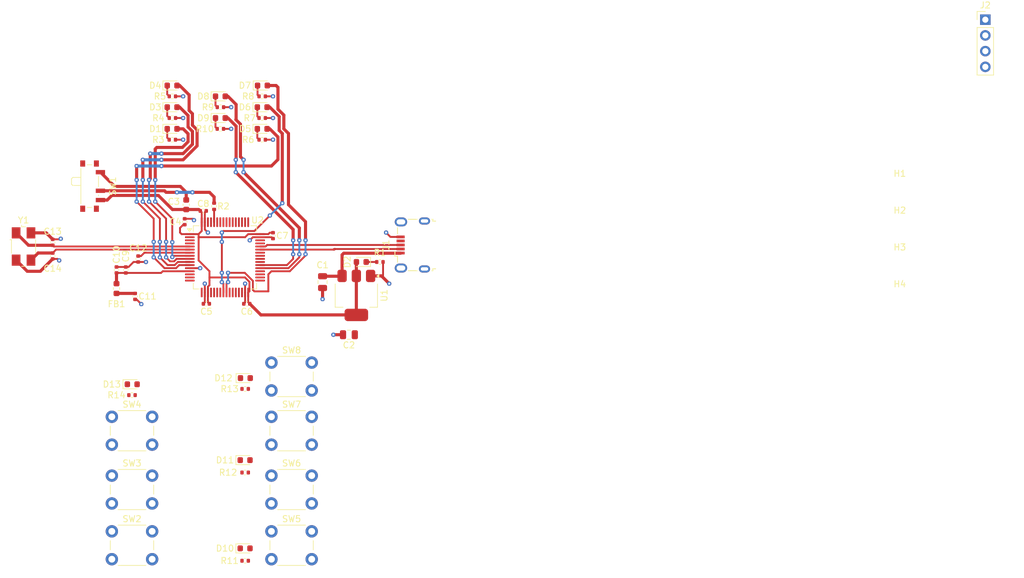
<source format=kicad_pcb>
(kicad_pcb (version 20240108) (generator "pcbnew") (generator_version "8.0")
  (layers (0 "F.Cu" signal) (31 "B.Cu" power) (34 "B.Paste" user) (35 "F.Paste" user) (36 "B.SilkS" user "B.Silkscreen") (37 "F.SilkS" user "F.Silkscreen") (38 "B.Mask" user) (39 "F.Mask" user) (44 "Edge.Cuts" user))
  (net 0 "")
  (net 1 "VBUS")
  (net 2 "+3.3V")
  (net 3 "+3.3VA")
  (net 4 "/NRST")
  (net 5 "/HSE_IN")
  (net 6 "/HSE_OUT")
  (net 7 "/PF1")
  (net 8 "Net-(D1-K)")
  (net 9 "/PWR_LED_K")
  (net 10 "/PF2")
  (net 11 "Net-(D3-K)")
  (net 12 "/PF3")
  (net 13 "Net-(D4-K)")
  (net 14 "/DF1")
  (net 15 "Net-(D5-K)")
  (net 16 "Net-(D6-K)")
  (net 17 "/DF2")
  (net 18 "Net-(D7-K)")
  (net 19 "/DF3")
  (net 20 "Net-(D8-K)")
  (net 21 "/DU")
  (net 22 "Net-(D9-K)")
  (net 23 "/DD")
  (net 24 "Net-(D10-K)")
  (net 25 "/FR1")
  (net 26 "/FR2")
  (net 27 "Net-(D11-K)")
  (net 28 "Net-(D12-K)")
  (net 29 "/FR3")
  (net 30 "/BCDI")
  (net 31 "Net-(D13-K)")
  (net 32 "/USB_D+")
  (net 34 "/USB_D-")
  (net 39 "/USART2_TX")
  (net 40 "/USART2_RX")
  (net 41 "/SW_BOOT0")
  (net 42 "/BOOT0")
  (net 43 "/II1")
  (net 44 "/II2")
  (net 45 "/II3")
  (net 46 "/OI1U")
  (net 47 "/OI2D")
  (net 48 "/OI2U")
  (net 49 "/OI3D")
  (net 76 "GND")
  (footprint "Capacitor_SMD:C_0402_1005Metric" (layer "F.Cu") (at 90 112.8075 -90)
    (property "Reference" "C11")
    (property "Value" "1u")
  )
  (footprint "Resistor_SMD:R_0402_1005Metric" (layer "F.Cu") (at 107.76 155.5)
    (property "Reference" "R11")
    (property "Value" "1K")
  )
  (footprint "Button_Switch_THT:SW_PUSH_6mm_H5mm" (layer "F.Cu") (at 86.25 132.25)
    (property "Reference" "SW4")
    (property "Value" "SW_Push")
  )
  (footprint "Button_Switch_THT:SW_PUSH_6mm_H5mm" (layer "F.Cu") (at 112 150.75)
    (property "Reference" "SW5")
    (property "Value" "SW_Push")
  )
  (footprint "Button_Switch_THT:SW_PUSH_6mm_H5mm" (layer "F.Cu") (at 112 132.25)
    (property "Reference" "SW7")
    (property "Value" "SW_Push")
  )
  (footprint "Resistor_SMD:R_0402_1005Metric" (layer "F.Cu") (at 96.01 87.5)
    (property "Reference" "R3")
    (property "Value" "1K")
  )
  (footprint "Button_Switch_THT:SW_PUSH_6mm_H5mm" (layer "F.Cu") (at 86.25 150.75)
    (property "Reference" "SW2")
    (property "Value" "SW_Push")
  )
  (footprint "LED_SMD:LED_0603_1608Metric" (layer "F.Cu") (at 107.75 153.5)
    (property "Reference" "D10")
    (property "Value" "WHITE")
  )
  (footprint "LED_SMD:LED_0603_1608Metric" (layer "F.Cu") (at 110.51 82.25)
    (property "Reference" "D6")
    (property "Value" "RED")
  )
  (footprint "LED_SMD:LED_0603_1608Metric" (layer "F.Cu") (at 95.9725 78.75)
    (property "Reference" "D4")
    (property "Value" "WHITE")
  )
  (footprint "Capacitor_SMD:C_0402_1005Metric" (layer "F.Cu") (at 112.25 103 -90)
    (property "Reference" "C7")
    (property "Value" "100n")
  )
  (footprint "LED_SMD:LED_0603_1608Metric" (layer "F.Cu") (at 103.76 84)
    (property "Reference" "D9")
    (property "Value" "YELLOW")
  )
  (footprint "Package_TO_SOT_SMD:SOT-223-3_TabPin2" (layer "F.Cu") (at 125.7 112.65 -90)
    (property "Reference" "U1")
    (property "Value" "AMS1117-3.3")
  )
  (footprint "Inductor_SMD:L_0603_1608Metric" (layer "F.Cu") (at 87 111.5375 -90)
    (property "Reference" "FB1")
    (property "Value" "120R")
  )
  (footprint "Capacitor_SMD:C_0402_1005Metric" (layer "F.Cu") (at 90.5 106.77 -90)
    (property "Reference" "C12")
    (property "Value" "100n")
  )
  (footprint "MountingHole:MountingHole_2.2mm_M2" (layer "F.Cu") (at 213.39 102.12)
    (property "Reference" "H2")
    (property "Value" "MountingHole")
  )
  (footprint "Button_Switch_SMD:SW_SPDT_PCM12" (layer "F.Cu") (at 82.975 95 -90)
    (property "Reference" "SW1")
    (property "Value" "SW_SPDT")
  )
  (footprint "Capacitor_SMD:C_0805_2012Metric" (layer "F.Cu") (at 120.25 110.5 -90)
    (property "Reference" "C1")
    (property "Value" "22u")
  )
  (footprint "Resistor_SMD:R_0402_1005Metric" (layer "F.Cu") (at 96.02 84)
    (property "Reference" "R4")
    (property "Value" "1K")
  )
  (footprint "Capacitor_SMD:C_0603_1608Metric" (layer "F.Cu") (at 98.25 98 90)
    (property "Reference" "C3")
    (property "Value" "10u")
  )
  (footprint "Package_QFP:LQFP-64_10x10mm_P0.5mm" (layer "F.Cu") (at 104.5 106.5)
    (property "Reference" "U2")
    (property "Value" "STM32F302R8Tx")
  )
  (footprint "Resistor_SMD:R_0402_1005Metric" (layer "F.Cu") (at 110.51 87.5)
    (property "Reference" "R6")
    (property "Value" "1K")
  )
  (footprint "LED_SMD:LED_0603_1608Metric" (layer "F.Cu") (at 110.51 85.75)
    (property "Reference" "D5")
    (property "Value" "RED")
  )
  (footprint "Crystal:Crystal_SMD_0603-4Pin_6.0x3.5mm" (layer "F.Cu") (at 72 104.75 -90)
    (property "Reference" "Y1")
    (property "Value" "8MHz")
  )
  (footprint "Capacitor_SMD:C_0805_2012Metric" (layer "F.Cu") (at 124.5 119 180)
    (property "Reference" "C2")
    (property "Value" "22u")
  )
  (footprint "LED_SMD:LED_0603_1608Metric" (layer "F.Cu") (at 107.75 139.25)
    (property "Reference" "D11")
    (property "Value" "WHITE")
  )
  (footprint "Capacitor_SMD:C_0402_1005Metric" (layer "F.Cu") (at 98 100.75 90)
    (property "Reference" "C4")
    (property "Value" "100n")
  )
  (footprint "Connector_PinHeader_2.54mm:PinHeader_1x04_P2.54mm_Vertical" (layer "F.Cu") (at 227.19 68.12)
    (property "Reference" "J2")
    (property "Value" "Conn_01x04_Pin")
  )
  (footprint "Resistor_SMD:R_0402_1005Metric" (layer "F.Cu") (at 89.5 128.75)
    (property "Reference" "R14")
    (property "Value" "1K")
  )
  (footprint "Capacitor_SMD:C_0402_1005Metric" (layer "F.Cu") (at 108.02 114 180)
    (property "Reference" "C6")
    (property "Value" "100n")
  )
  (footprint "Resistor_SMD:R_0402_1005Metric" (layer "F.Cu") (at 103.77 82.25)
    (property "Reference" "R9")
    (property "Value" "1K")
  )
  (footprint "LED_SMD:LED_0603_1608Metric" (layer "F.Cu") (at 89.5375 127)
    (property "Reference" "D13")
    (property "Value" "ORANGE")
  )
  (footprint "MountingHole:MountingHole_2.2mm_M2" (layer "F.Cu") (at 213.39 108.07)
    (property "Reference" "H3")
    (property "Value" "MountingHole")
  )
  (footprint "Connector_USB:USB_Micro-B_Wuerth_629105150521" (layer "F.Cu") (at 134.745 104.505 90)
    (property "Reference" "J1")
    (property "Value" "USB_B_Micro")
  )
  (footprint "LED_SMD:LED_0603_1608Metric" (layer "F.Cu") (at 126.5 107.25 180)
    (property "Reference" "D2")
    (property "Value" "RED")
  )
  (footprint "LED_SMD:LED_0603_1608Metric" (layer "F.Cu") (at 103.76 80.5)
    (property "Reference" "D8")
    (property "Value" "YELLOW")
  )
  (footprint "Button_Switch_THT:SW_PUSH_6mm_H5mm" (layer "F.Cu") (at 86.25 141.75)
    (property "Reference" "SW3")
    (property "Value" "SW_Push")
  )
  (footprint "Capacitor_SMD:C_0402_1005Metric" (layer "F.Cu") (at 87 108.5375 90)
    (property "Reference" "C10")
    (property "Value" "1u")
  )
  (footprint "Resistor_SMD:R_0402_1005Metric" (layer "F.Cu") (at 107.76 127.75)
    (property "Reference" "R13")
    (property "Value" "1K")
  )
  (footprint "Resistor_SMD:R_0402_1005Metric" (layer "F.Cu") (at 102.75 98.25 -90)
    (property "Reference" "R2")
    (property "Value" "10k")
  )
  (footprint "LED_SMD:LED_0603_1608Metric" (layer "F.Cu") (at 95.9725 82.25)
    (property "Reference" "D3")
    (property "Value" "WHITE")
  )
  (footprint "Resistor_SMD:R_0402_1005Metric" (layer "F.Cu") (at 103.76 85.75)
    (property "Reference" "R10")
    (property "Value" "1K")
  )
  (footprint "Button_Switch_THT:SW_PUSH_6mm_H5mm" (layer "F.Cu") (at 112 141.75)
    (property "Reference" "SW6")
    (property "Value" "SW_Push")
  )
  (footprint "LED_SMD:LED_0603_1608Metric" (layer "F.Cu") (at 107.7875 126)
    (property "Reference" "D12")
    (property "Value" "WHITE")
  )
  (footprint "MountingHole:MountingHole_2.2mm_M2" (layer "F.Cu") (at 213.39 114.02)
    (property "Reference" "H4")
    (property "Value" "MountingHole")
  )
  (footprint "Capacitor_SMD:C_0402_1005Metric" (layer "F.Cu") (at 101.5 114 180)
    (property "Reference" "C5")
    (property "Value" "100n")
  )
  (footprint "Resistor_SMD:R_0402_1005Metric" (layer "F.Cu") (at 110.51 80.5)
    (property "Reference" "R8")
    (property "Value" "1K")
  )
  (footprint "LED_SMD:LED_0603_1608Metric" (layer "F.Cu") (at 95.9725 85.75)
    (property "Reference" "D1")
    (property "Value" "WHITE")
  )
  (footprint "Resistor_SMD:R_0402_1005Metric" (layer "F.Cu") (at 96.02 80.5)
    (property "Reference" "R5")
    (property "Value" "1K")
  )
  (footprint "Resistor_SMD:R_0402_1005Metric" (layer "F.Cu") (at 129.5 107.25)
    (property "Reference" "R1")
    (property "Value" "1k5")
  )
  (footprint "Capacitor_SMD:C_0402_1005Metric" (layer "F.Cu") (at 88.5 108.5375 90)
    (property "Reference" "C9")
    (property "Value" "10n")
  )
  (footprint "Resistor_SMD:R_0402_1005Metric" (layer "F.Cu") (at 107.76 141.25)
    (property "Reference" "R12")
    (property "Value" "1K")
  )
  (footprint "LED_SMD:LED_0603_1608Metric" (layer "F.Cu") (at 110.5475 78.75)
    (property "Reference" "D7")
    (property "Value" "RED")
  )
  (footprint "Button_Switch_THT:SW_PUSH_6mm_H5mm" (layer "F.Cu") (at 112 123.5)
    (property "Reference" "SW8")
    (property "Value" "SW_Push")
  )
  (footprint "Capacitor_SMD:C_0402_1005Metric" (layer "F.Cu") (at 76.7 104.07 90)
    (property "Reference" "C13")
    (property "Value" "10p")
  )
  (footprint "Capacitor_SMD:C_0402_1005Metric" (layer "F.Cu") (at 76.7 106.28 -90)
    (property "Reference" "C14")
    (property "Value" "10p")
  )
  (footprint "Resistor_SMD:R_0402_1005Metric" (layer "F.Cu") (at 110.51 84)
    (property "Reference" "R7")
    (property "Value" "1K")
  )
  (footprint "MountingHole:MountingHole_2.2mm_M2" (layer "F.Cu") (at 213.39 96.17)
    (property "Reference" "H1")
    (property "Value" "MountingHole")
  )
  (footprint "Capacitor_SMD:C_0402_1005Metric" (layer "F.Cu") (at 101 99)
    (property "Reference" "C8")
    (property "Value" "100n")
  )
  (segment (start 123.4 106.1) (end 123.4 109.5) (width 0.5) (layer "F.Cu") (net 1))
  (segment (start 123.67 105.83) (end 123.4 106.1) (width 0.5) (layer "F.Cu") (net 1))
  (segment (start 132.845 105.83) (end 123.67 105.83) (width 0.5) (layer "F.Cu") (net 1))
  (segment (start 123.35 109.55) (end 123.4 109.5) (width 0.5) (layer "F.Cu") (net 1))
  (segment (start 120.25 109.55) (end 123.35 109.55) (width 0.5) (layer "F.Cu") (net 1))
  (segment (start 108.45 110.46005) (end 107.73995 109.75) (width 0.3) (layer "F.Cu") (net 2))
  (segment (start 101.75 113.77) (end 101.98 114) (width 0.3) (layer "F.Cu") (net 2))
  (segment (start 101.75 111.23995) (end 101.75 112.175) (width 0.3) (layer "F.Cu") (net 2))
  (segment (start 96.025 98.775) (end 93.75 96.5) (width 0.5) (layer "F.Cu") (net 2))
  (segment (start 89.9975 112.325) (end 90 112.3275) (width 0.5) (layer "F.Cu") (net 2))
  (segment (start 97.25 102.5) (end 97.5 102.75) (width 0.3) (layer "F.Cu") (net 2))
  (segment (start 100.75 99.23) (end 100.52 99) (width 0.3) (layer "F.Cu") (net 2))
  (segment (start 85.5 97.25) (end 84.405 97.25) (width 0.5) (layer "F.Cu") (net 2))
  (segment (start 102 108.75) (end 100.25 107) (width 0.3) (layer "F.Cu") (net 2))
  (segment (start 86.25 96.5) (end 85.5 97.25) (width 0.5) (layer "F.Cu") (net 2))
  (segment (start 98.25 98.775) (end 96.025 98.775) (width 0.5) (layer "F.Cu") (net 2))
  (segment (start 100.75 100.825) (end 100.75 102.25) (width 0.3) (layer "F.Cu") (net 2))
  (segment (start 97.77 101.23) (end 97.25 101.75) (width 0.3) (layer "F.Cu") (net 2))
  (segment (start 100.25 107) (end 100.25 103.25) (width 0.3) (layer "F.Cu") (net 2))
  (segment (start 102 110.25) (end 102 109.75) (width 0.3) (layer "F.Cu") (net 2))
  (segment (start 110.175 102.75) (end 108.25 102.75) (width 0.3) (layer "F.Cu") (net 2))
  (segment (start 108.25 112.175) (end 108.45 111.975) (width 0.3) (layer "F.Cu") (net 2))
  (segment (start 108.25 113.75) (end 108.5 114) (width 0.3) (layer "F.Cu") (net 2))
  (segment (start 110.3 115.8) (end 108.5 114) (width 0.5) (layer "F.Cu") (net 2))
  (segment (start 100.75 102.25) (end 100.25 102.75) (width 0.3) (layer "F.Cu") (net 2))
  (segment (start 102 110.25) (end 102 110.98995) (width 0.3) (layer "F.Cu") (net 2))
  (segment (start 102 110.98995) (end 101.75 111.23995) (width 0.3) (layer "F.Cu") (net 2))
  (segment (start 100.25 102.75) (end 98.825 102.75) (width 0.3) (layer "F.Cu") (net 2))
  (segment (start 97.25 101.75) (end 97.25 102.5) (width 0.3) (layer "F.Cu") (net 2))
  (segment (start 125.7 107.2625) (end 125.7125 107.25) (width 0.5) (layer "F.Cu") (net 2))
  (segment (start 125.7 109.5) (end 125.7 115.8) (width 0.5) (layer "F.Cu") (net 2))
  (segment (start 101.75 112.175) (end 101.75 113.77) (width 0.3) (layer "F.Cu") (net 2))
  (segment (start 87 112.325) (end 89.9975 112.325) (width 0.5) (layer "F.Cu") (net 2))
  (segment (start 100.75 100.825) (end 100.75 99.23) (width 0.3) (layer "F.Cu") (net 2))
  (segment (start 112.25 102.52) (end 111.73 102.52) (width 0.3) (layer "F.Cu") (net 2))
  (segment (start 100.25 103.25) (end 100.25 102.75) (width 0.3) (layer "F.Cu") (net 2))
  (segment (start 111.5 102.75) (end 110.175 102.75) (width 0.3) (layer "F.Cu") (net 2))
  (segment (start 102 109.75) (end 102 108.75) (width 0.3) (layer "F.Cu") (net 2))
  (segment (start 107.73995 109.75) (end 102 109.75) (width 0.3) (layer "F.Cu") (net 2))
  (segment (start 98.475 99) (end 98.25 98.775) (width 0.3) (layer "F.Cu") (net 2))
  (segment (start 97.5 102.75) (end 98.825 102.75) (width 0.3) (layer "F.Cu") (net 2))
  (segment (start 98.25 98.775) (end 100.295 98.775) (width 0.5) (layer "F.Cu") (net 2))
  (segment (start 125.7 115.8) (end 110.3 115.8) (width 0.5) (layer "F.Cu") (net 2))
  (segment (start 98 101.23) (end 97.77 101.23) (width 0.3) (layer "F.Cu") (net 2))
  (segment (start 107.75 103.25) (end 100.25 103.25) (width 0.3) (layer "F.Cu") (net 2))
  (segment (start 125.7 109.5) (end 125.7 107.2625) (width 0.5) (layer "F.Cu") (net 2))
  (segment (start 100.295 98.775) (end 100.52 99) (width 0.3) (layer "F.Cu") (net 2))
  (segment (start 111.73 102.52) (end 111.5 102.75) (width 0.3) (layer "F.Cu") (net 2))
  (segment (start 108.25 102.75) (end 107.75 103.25) (width 0.3) (layer "F.Cu") (net 2))
  (segment (start 93.75 96.5) (end 86.25 96.5) (width 0.5) (layer "F.Cu") (net 2))
  (segment (start 108.25 112.175) (end 108.25 113.75) (width 0.3) (layer "F.Cu") (net 2))
  (segment (start 108.45 111.975) (end 108.45 110.46005) (width 0.3) (layer "F.Cu") (net 2))
  (segment (start 88.5 109.0175) (end 87 109.0175) (width 0.3) (layer "F.Cu") (net 3))
  (segment (start 87 110.75) (end 87 109.0175) (width 0.5) (layer "F.Cu") (net 3))
  (segment (start 98.825 108.75) (end 94.46 108.75) (width 0.3) (layer "F.Cu") (net 3))
  (segment (start 94.1925 109.0175) (end 94.46 108.75) (width 0.3) (layer "F.Cu") (net 3))
  (segment (start 88.5 109.0175) (end 94.1925 109.0175) (width 0.3) (layer "F.Cu") (net 3))
  (segment (start 98.825 105.75) (end 91.5 105.75) (width 0.3) (layer "F.Cu") (net 4))
  (segment (start 90.96 106.29) (end 90.5 106.29) (width 0.3) (layer "F.Cu") (net 4))
  (segment (start 91.5 105.75) (end 90.96 106.29) (width 0.3) (layer "F.Cu") (net 4))
  (segment (start 72.8 104.55) (end 76.7 104.55) (width 0.5) (layer "F.Cu") (net 5))
  (segment (start 76.9 104.75) (end 76.7 104.55) (width 0.3) (layer "F.Cu") (net 5))
  (segment (start 70.8 102.55) (end 72.8 104.55) (width 0.5) (layer "F.Cu") (net 5))
  (segment (start 98.825 104.75) (end 76.9 104.75) (width 0.3) (layer "F.Cu") (net 5))
  (segment (start 74.35 105.8) (end 76.7 105.8) (width 0.5) (layer "F.Cu") (net 6))
  (segment (start 98.825 105.25) (end 77.25 105.25) (width 0.3) (layer "F.Cu") (net 6))
  (segment (start 77.25 105.25) (end 76.7 105.8) (width 0.3) (layer "F.Cu") (net 6))
  (segment (start 73.2 106.95) (end 74.35 105.8) (width 0.5) (layer "F.Cu") (net 6))
  (segment (start 96 104.05) (end 96 100.25) (width 0.3) (layer "F.Cu") (net 7))
  (segment (start 97.631371 88.75) (end 93.5 88.75) (width 0.5) (layer "F.Cu") (net 7))
  (segment (start 93.5 88.75) (end 93.25 89) (width 0.5) (layer "F.Cu") (net 7))
  (segment (start 97.75 85.75) (end 98.55 86.55) (width 0.5) (layer "F.Cu") (net 7))
  (segment (start 98.55 86.55) (end 98.55 87.831371) (width 0.5) (layer "F.Cu") (net 7))
  (segment (start 93.25 89) (end 93.25 94) (width 0.5) (layer "F.Cu") (net 7))
  (segment (start 96.2 106.25) (end 98.825 106.25) (width 0.3) (layer "F.Cu") (net 7))
  (segment (start 98.55 87.831371) (end 97.631371 88.75) (width 0.5) (layer "F.Cu") (net 7))
  (segment (start 96 106.45) (end 96.2 106.25) (width 0.3) (layer "F.Cu") (net 7))
  (segment (start 96 100.25) (end 93.25 97.5) (width 0.3) (layer "F.Cu") (net 7))
  (segment (start 96.76 85.75) (end 97.75 85.75) (width 0.5) (layer "F.Cu") (net 7))
  (via (at 93.25 97.5) (size 0.7) (drill 0.3) (layers "F.Cu" "B.Cu") (net 7))
  (via (at 96 104.05) (size 0.7) (drill 0.3) (layers "F.Cu" "B.Cu") (net 7))
  (via (at 93.25 94) (size 0.7) (drill 0.3) (layers "F.Cu" "B.Cu") (net 7))
  (via (at 96 106.45) (size 0.7) (drill 0.3) (layers "F.Cu" "B.Cu") (net 7))
  (segment (start 96 104.05) (end 96 106.45) (width 0.3) (layer "B.Cu") (net 7))
  (segment (start 93.25 97.5) (end 93.25 94) (width 0.3) (layer "B.Cu") (net 7))
  (segment (start 95.185 87.185) (end 95.5 87.5) (width 0.3) (layer "F.Cu") (net 8))
  (segment (start 95.185 85.75) (end 95.185 87.185) (width 0.3) (layer "F.Cu") (net 8))
  (segment (start 127.2875 107.25) (end 128.99 107.25) (width 0.3) (layer "F.Cu") (net 9))
  (segment (start 98.55 85.45) (end 99.25 86.15) (width 0.5) (layer "F.Cu") (net 10))
  (segment (start 96.28995 107.15) (end 95.65 107.15) (width 0.3) (layer "F.Cu") (net 10))
  (segment (start 92.45 89.75) (end 92.45 93.8) (width 0.5) (layer "F.Cu") (net 10))
  (segment (start 95 104) (end 95 100.25) (width 0.3) (layer "F.Cu") (net 10))
  (segment (start 99.25 88.25) (end 98.5 89) (width 0.5) (layer "F.Cu") (net 10))
  (segment (start 97.75 89.75) (end 94.25 89.75) (width 0.5) (layer "F.Cu") (net 10))
  (segment (start 95 100.25) (end 92.25 97.5) (width 0.3) (layer "F.Cu") (net 10))
  (segment (start 97.1975 82.25) (end 98.55 83.6025) (width 0.5) (layer "F.Cu") (net 10))
  (segment (start 99.25 86.15) (end 99.25 88.25) (width 0.5) (layer "F.Cu") (net 10))
  (segment (start 95.65 107.15) (end 95 106.5) (width 0.3) (layer "F.Cu") (net 10))
  (segment (start 96.68995 106.75) (end 96.28995 107.15) (width 0.3) (layer "F.Cu") (net 10))
  (segment (start 98.55 83.6025) (end 98.55 85.45) (width 0.5) (layer "F.Cu") (net 10))
  (segment (start 96.76 82.25) (end 97.1975 82.25) (width 0.5) (layer "F.Cu") (net 10))
  (segment (start 98.825 106.75) (end 96.68995 106.75) (width 0.3) (layer "F.Cu") (net 10))
  (segment (start 98.5 89) (end 97.75 89.75) (width 0.5) (layer "F.Cu") (net 10))
  (segment (start 92.45 93.8) (end 92.25 94) (width 0.5) (layer "F.Cu") (net 10))
  (via (at 92.25 97.5) (size 0.7) (drill 0.3) (layers "F.Cu" "B.Cu") (net 10))
  (via (at 94.25 89.75) (size 0.7) (drill 0.3) (layers "F.Cu" "B.Cu") (net 10))
  (via (at 92.25 94) (size 0.7) (drill 0.3) (layers "F.Cu" "B.Cu") (net 10))
  (via (at 95 106.5) (size 0.7) (drill 0.3) (layers "F.Cu" "B.Cu") (net 10))
  (via (at 92.45 89.75) (size 0.7) (drill 0.3) (layers "F.Cu" "B.Cu") (net 10))
  (via (at 95 104) (size 0.7) (drill 0.3) (layers "F.Cu" "B.Cu") (net 10))
  (segment (start 94.25 89.75) (end 92.45 89.75) (width 0.5) (layer "B.Cu") (net 10))
  (segment (start 92.25 97.5) (end 92.25 94) (width 0.3) (layer "B.Cu") (net 10))
  (segment (start 95 106.5) (end 95 104) (width 0.3) (layer "B.Cu") (net 10))
  (segment (start 95.185 82.25) (end 95.185 83.675) (width 0.3) (layer "F.Cu") (net 11))
  (segment (start 95.185 83.675) (end 95.51 84) (width 0.3) (layer "F.Cu") (net 11))
  (segment (start 91.25 90.75) (end 91.25 94) (width 0.5) (layer "F.Cu") (net 12))
  (segment (start 100 85.91005) (end 100 88.5) (width 0.5) (layer "F.Cu") (net 12))
  (segment (start 96.397056 107.75) (end 95.25 107.75) (width 0.3) (layer "F.Cu") (net 12))
  (segment (start 94 104) (end 94 100.25) (width 0.3) (layer "F.Cu") (net 12))
  (segment (start 97.197499 78.75) (end 98.718725 80.271226) (width 0.5) (layer "F.Cu") (net 12))
  (segment (start 98.718725 82.781276) (end 99.25 83.312551) (width 0.5) (layer "F.Cu") (net 12))
  (segment (start 98.718725 80.271226) (end 98.718725 82.781276) (width 0.5) (layer "F.Cu") (net 12))
  (segment (start 94 100.25) (end 91.25 97.5) (width 0.3) (layer "F.Cu") (net 12))
  (segment (start 99 89.5) (end 97.75 90.75) (width 0.5) (layer "F.Cu") (net 12))
  (segment (start 99.25 83.312551) (end 99.25 85) (width 0.5) (layer "F.Cu") (net 12))
  (segment (start 99.25 85.16005) (end 100 85.91005) (width 0.5) (layer "F.Cu") (net 12))
  (segment (start 97.75 90.75) (end 94.25 90.75) (width 0.5) (layer "F.Cu") (net 12))
  (segment (start 100 88.5) (end 99 89.5) (width 0.5) (layer "F.Cu") (net 12))
  (segment (start 95.25 107.75) (end 94 106.5) (width 0.3) (layer "F.Cu") (net 12))
  (segment (start 98.825 107.25) (end 96.897056 107.25) (width 0.3) (layer "F.Cu") (net 12))
  (segment (start 96.897056 107.25) (end 96.397056 107.75) (width 0.3) (layer "F.Cu") (net 12))
  (segment (start 99.25 85) (end 99.25 85.16005) (width 0.5) (layer "F.Cu") (net 12))
  (segment (start 96.76 78.75) (end 97.197499 78.75) (width 0.5) (layer "F.Cu") (net 12))
  (via (at 91.25 94) (size 0.7) (drill 0.3) (layers "F.Cu" "B.Cu") (net 12))
  (via (at 91.25 97.5) (size 0.7) (drill 0.3) (layers "F.Cu" "B.Cu") (net 12))
  (via (at 94.25 90.75) (size 0.7) (drill 0.3) (layers "F.Cu" "B.Cu") (net 12))
  (via (at 94 106.5) (size 0.7) (drill 0.3) (layers "F.Cu" "B.Cu") (net 12))
  (via (at 94 104) (size 0.7) (drill 0.3) (layers "F.Cu" "B.Cu") (net 12))
  (via (at 91.25 90.75) (size 0.7) (drill 0.3) (layers "F.Cu" "B.Cu") (net 12))
  (segment (start 94.25 90.75) (end 91.25 90.75) (width 0.5) (layer "B.Cu") (net 12))
  (segment (start 94 106.5) (end 94 104) (width 0.3) (layer "B.Cu") (net 12))
  (segment (start 91.25 97.5) (end 91.25 94) (width 0.3) (layer "B.Cu") (net 12))
  (segment (start 95.185 80.175) (end 95.51 80.5) (width 0.3) (layer "F.Cu") (net 13))
  (segment (start 95.185 78.75) (end 95.185 80.175) (width 0.3) (layer "F.Cu") (net 13))
  (segment (start 93 104) (end 93 100.25) (width 0.3) (layer "F.Cu") (net 14))
  (segment (start 94.75 108.25) (end 93 106.5) (width 0.3) (layer "F.Cu") (net 14))
  (segment (start 113.05 90.7) (end 113.05 87.065001) (width 0.5) (layer "F.Cu") (net 14))
  (segment (start 90.25 91.75) (end 90.25 94) (width 0.5) (layer "F.Cu") (net 14))
  (segment (start 98.825 107.75) (end 97.104162 107.75) (width 0.3) (layer "F.Cu") (net 14))
  (segment (start 93 100.25) (end 90.25 97.5) (width 0.3) (layer "F.Cu") (net 14))
  (segment (start 97.104162 107.75) (end 96.604162 108.25) (width 0.3) (layer "F.Cu") (net 14))
  (segment (start 96.604162 108.25) (end 94.75 108.25) (width 0.3) (layer "F.Cu") (net 14))
  (segment (start 94.25 91.75) (end 112 91.75) (width 0.5) (layer "F.Cu") (net 14))
  (segment (start 113.05 87.065001) (end 111.734999 85.75) (width 0.5) (layer "F.Cu") (net 14))
  (segment (start 111.734999 85.75) (end 111.2975 85.75) (width 0.5) (layer "F.Cu") (net 14))
  (segment (start 112 91.75) (end 113.05 90.7) (width 0.5) (layer "F.Cu") (net 14))
  (via (at 90.25 91.75) (size 0.7) (drill 0.3) (layers "F.Cu" "B.Cu") (net 14))
  (via (at 90.25 97.5) (size 0.7) (drill 0.3) (layers "F.Cu" "B.Cu") (net 14))
  (via (at 93 106.5) (size 0.7) (drill 0.3) (layers "F.Cu" "B.Cu") (net 14))
  (via (at 94.25 91.75) (size 0.7) (drill 0.3) (layers "F.Cu" "B.Cu") (net 14))
  (via (at 93 104) (size 0.7) (drill 0.3) (layers "F.Cu" "B.Cu") (net 14))
  (via (at 90.25 94) (size 0.7) (drill 0.3) (layers "F.Cu" "B.Cu") (net 14))
  (segment (start 90.25 97.5) (end 90.25 94) (width 0.3) (layer "B.Cu") (net 14))
  (segment (start 93 106.5) (end 93 104) (width 0.3) (layer "B.Cu") (net 14))
  (segment (start 94.25 91.75) (end 90.25 91.75) (width 0.5) (layer "B.Cu") (net 14))
  (segment (start 109.7225 85.75) (end 109.7225 87.2225) (width 0.3) (layer "F.Cu") (net 15))
  (segment (start 109.7225 87.2225) (end 110 87.5) (width 0.3) (layer "F.Cu") (net 15))
  (segment (start 109.7225 83.7225) (end 110 84) (width 0.3) (layer "F.Cu") (net 16))
  (segment (start 109.7225 82.25) (end 109.7225 83.7225) (width 0.3) (layer "F.Cu") (net 16))
  (segment (start 113.25 86) (end 113.75 86.5) (width 0.5) (layer "F.Cu") (net 17))
  (segment (start 110 101.5) (end 111.75 99.75) (width 0.3) (layer "F.Cu") (net 17))
  (segment (start 104.25 110.75) (end 104 110.5) (width 0.3) (layer "F.Cu") (net 17))
  (segment (start 111.734999 82.25) (end 113.25 83.765001) (width 0.5) (layer "F.Cu") (net 17))
  (segment (start 104 102.5) (end 104.25 102.25) (width 0.3) (layer "F.Cu") (net 17))
  (segment (start 113.25 83.765001) (end 113.25 86) (width 0.5) (layer "F.Cu") (net 17))
  (segment (start 104.25 102.25) (end 109.25 102.25) (width 0.3) (layer "F.Cu") (net 17))
  (segment (start 104 109) (end 104 104) (width 0.3) (layer "F.Cu") (net 17))
  (segment (start 109.25 102.25) (end 110 101.5) (width 0.3) (layer "F.Cu") (net 17))
  (segment (start 111.2975 82.25) (end 111.734999 82.25) (width 0.5) (layer "F.Cu") (net 17))
  (segment (start 104.25 112.175) (end 104.25 110.75) (width 0.3) (layer "F.Cu") (net 17))
  (segment (start 113.75 86.5) (end 113.75 97.75) (width 0.5) (layer "F.Cu") (net 17))
  (via (at 113.75 97.75) (size 0.7) (drill 0.3) (layers "F.Cu" "B.Cu") (net 17))
  (via (at 104 104) (size 0.7) (drill 0.3) (layers "F.Cu" "B.Cu") (net 17))
  (via (at 104 102.5) (size 0.7) (drill 0.3) (layers "F.Cu" "B.Cu") (net 17))
  (via (at 111.75 99.75) (size 0.7) (drill 0.3) (layers "F.Cu" "B.Cu") (net 17))
  (via (at 104 110.5) (size 0.7) (drill 0.3) (layers "F.Cu" "B.Cu") (net 17))
  (via (at 104 109) (size 0.7) (drill 0.3) (layers "F.Cu" "B.Cu") (net 17))
  (segment (start 104 104) (end 104 102.5) (width 0.3) (layer "B.Cu") (net 17))
  (segment (start 111.75 99.75) (end 113.75 97.75) (width 0.3) (layer "B.Cu") (net 17))
  (segment (start 104 110.5) (end 104 109) (width 0.3) (layer "B.Cu") (net 17))
  (segment (start 109.76 78.75) (end 109.76 80.26) (width 0.3) (layer "F.Cu") (net 18))
  (segment (start 109.76 80.26) (end 110 80.5) (width 0.3) (layer "F.Cu") (net 18))
  (segment (start 117.5 100.75) (end 117.5 103.75) (width 0.5) (layer "F.Cu") (net 19))
  (segment (start 117.5 106.207106) (end 117.5 106) (width 0.3) (layer "F.Cu") (net 19))
  (segment (start 104.75 110.75) (end 105 110.5) (width 0.3) (layer "F.Cu") (net 19))
  (segment (start 114.957106 108.75) (end 117.5 106.207106) (width 0.3) (layer "F.Cu") (net 19))
  (segment (start 113.05 82.575051) (end 114 83.525051) (width 0.5) (layer "F.Cu") (net 19))
  (segment (start 109 111.75) (end 109.25 112) (width 0.3) (layer "F.Cu") (net 19))
  (segment (start 111.5 109.25) (end 112 108.75) (width 0.3) (layer "F.Cu") (net 19))
  (segment (start 104.75 112.175) (end 104.75 110.75) (width 0.3) (layer "F.Cu") (net 19))
  (segment (start 105 109) (end 107.697056 109) (width 0.3) (layer "F.Cu") (net 19))
  (segment (start 112 108.75) (end 114.957106 108.75) (width 0.3) (layer "F.Cu") (net 19))
  (segment (start 112.75 78.75) (end 113.05 79.05) (width 0.5) (layer "F.Cu") (net 19))
  (segment (start 109 110.302944) (end 109 111.75) (width 0.3) (layer "F.Cu") (net 19))
  (segment (start 114.75 98) (end 117.5 100.75) (width 0.5) (layer "F.Cu") (net 19))
  (segment (start 114 83.525051) (end 114 85.75) (width 0.5) (layer "F.Cu") (net 19))
  (segment (start 111.335 78.75) (end 112.75 78.75) (width 0.5) (layer "F.Cu") (net 19))
  (segment (start 114.75 86.5) (end 114.75 98) (width 0.5) (layer "F.Cu") (net 19))
  (segment (start 111.5 112) (end 111.5 109.25) (width 0.3) (layer "F.Cu") (net 19))
  (segment (start 113.05 79.05) (end 113.05 82.575051) (width 0.5) (layer "F.Cu") (net 19))
  (segment (start 109.25 112) (end 111.5 112) (width 0.3) (layer "F.Cu") (net 19))
  (segment (start 114 85.75) (end 114.75 86.5) (width 0.5) (layer "F.Cu") (net 19))
  (segment (start 107.697056 109) (end 109 110.302944) (width 0.3) (layer "F.Cu") (net 19))
  (via (at 117.5 103.75) (size 0.7) (drill 0.3) (layers "F.Cu" "B.Cu") (net 19))
  (via (at 105 110.5) (size 0.7) (drill 0.3) (layers "F.Cu" "B.Cu") (net 19))
  (via (at 117.5 106) (size 0.7) (drill 0.3) (layers "F.Cu" "B.Cu") (net 19))
  (via (at 105 109) (size 0.7) (drill 0.3) (layers "F.Cu" "B.Cu") (net 19))
  (segment (start 117.5 106) (end 117.5 103.75) (width 0.3) (layer "B.Cu") (net 19))
  (segment (start 105 110.5) (end 105 109) (width 0.3) (layer "B.Cu") (net 19))
  (segment (start 102.9725 80.5) (end 102.9725 81.9625) (width 0.3) (layer "F.Cu") (net 20))
  (segment (start 102.9725 81.9625) (end 103.26 82.25) (width 0.3) (layer "F.Cu") (net 20))
  (segment (start 116.5 101.75) (end 107.5 92.75) (width 0.5) (layer "F.Cu") (net 21))
  (segment (start 104.5475 80.5) (end 104.984999 80.5) (width 0.5) (layer "F.Cu") (net 21))
  (segment (start 104.984999 80.5) (end 106.3 81.815001) (width 0.5) (layer "F.Cu") (net 21))
  (segment (start 107 90.25) (end 107.5 90.75) (width 0.5) (layer "F.Cu") (net 21))
  (segment (start 106.25 84.25) (end 107 85) (width 0.5) (layer "F.Cu") (net 21))
  (segment (start 106.3 81.815001) (end 106.3 84.2) (width 0.5) (layer "F.Cu") (net 21))
  (segment (start 116.25 106.75) (end 116.5 106.5) (width 0.3) (layer "F.Cu") (net 21))
  (segment (start 116.5 106.5) (end 116.5 106) (width 0.3) (layer "F.Cu") (net 21))
  (segment (start 110.175 108.25) (end 114.75 108.25) (width 0.3) (layer "F.Cu") (net 21))
  (segment (start 114.75 108.25) (end 116.25 106.75) (width 0.3) (layer "F.Cu") (net 21))
  (segment (start 107 85) (end 107 90.25) (width 0.5) (layer "F.Cu") (net 21))
  (segment (start 116.5 103.75) (end 116.5 101.75) (width 0.5) (layer "F.Cu") (net 21))
  (via (at 116.5 103.75) (size 0.7) (drill 0.3) (layers "F.Cu" "B.Cu") (net 21))
  (via (at 107.5 92.75) (size 0.7) (drill 0.3) (layers "F.Cu" "B.Cu") (net 21))
  (via (at 116.5 106) (size 0.7) (drill 0.3) (layers "F.Cu" "B.Cu") (net 21))
  (via (at 107.5 90.75) (size 0.7) (drill 0.3) (layers "F.Cu" "B.Cu") (net 21))
  (segment (start 107.5 92.75) (end 107.5 90.75) (width 0.3) (layer "B.Cu") (net 21))
  (segment (start 116.5 106) (end 116.5 103.75) (width 0.3) (layer "B.Cu") (net 21))
  (segment (start 102.9725 85.4725) (end 103.25 85.75) (width 0.3) (layer "F.Cu") (net 22))
  (segment (start 102.9725 84) (end 102.9725 85.4725) (width 0.3) (layer "F.Cu") (net 22))
  (segment (start 104.984999 84) (end 106.3 85.315001) (width 0.5) (layer "F.Cu") (net 23))
  (segment (start 115.5 102) (end 115.5 103.75) (width 0.5) (layer "F.Cu") (net 23))
  (segment (start 114.5 107.75) (end 115.5 106.75) (width 0.3) (layer "F.Cu") (net 23))
  (segment (start 104.5475 84) (end 104.984999 84) (width 0.5) (layer "F.Cu") (net 23))
  (segment (start 106.25 92.75) (end 115.5 102) (width 0.5) (layer "F.Cu") (net 23))
  (segment (start 110.175 107.75) (end 114.5 107.75) (width 0.3) (layer "F.Cu") (net 23))
  (segment (start 106.3 90.7) (end 106.25 90.75) (width 0.5) (layer "F.Cu") (net 23))
  (segment (start 115.5 106.75) (end 115.5 106) (width 0.3) (layer "F.Cu") (net 23))
  (segment (start 106.3 85.315001) (end 106.3 90.7) (width 0.5) (layer "F.Cu") (net 23))
  (via (at 115.5 106) (size 0.7) (drill 0.3) (layers "F.Cu" "B.Cu") (net 23))
  (via (at 106.25 90.75) (size 0.7) (drill 0.3) (layers "F.Cu" "B.Cu") (net 23))
  (via (at 115.5 103.75) (size 0.7) (drill 0.3) (layers "F.Cu" "B.Cu") (net 23))
  (via (at 106.25 92.75) (size 0.7) (drill 0.3) (layers "F.Cu" "B.Cu") (net 23))
  (segment (start 106.25 90.75) (end 106.25 92.75) (width 0.3) (layer "B.Cu") (net 23))
  (segment (start 115.5 106) (end 115.5 103.75) (width 0.3) (layer "B.Cu") (net 23))
  (segment (start 111.05312 104.75) (end 110.175 104.75) (width 0.3) (layer "F.Cu") (net 32))
  (segment (start 111.29812 104.505) (end 111.05312 104.75) (width 0.3) (layer "F.Cu") (net 32))
  (segment (start 132.845 104.505) (end 111.29812 104.505) (width 0.3) (layer "F.Cu") (net 32))
  (segment (start 132.845 105.155) (end 122.25 105.155) (width 0.3) (layer "F.Cu") (net 34))
  (segment (start 122.25 105.155) (end 122.095 105.155) (width 0.3) (layer "F.Cu") (net 34))
  (segment (start 122.095 105.155) (end 122 105.25) (width 0.3) (layer "F.Cu") (net 34))
  (segment (start 122.155 105.25) (end 122.25 105.155) (width 0.3) (layer "F.Cu") (net 34))
  (segment (start 110.175 105.25) (end 122.155 105.25) (width 0.3) (layer "F.Cu") (net 34))
  (segment (start 84.405 95.75) (end 94.75 95.75) (width 0.5) (layer "F.Cu") (net 41))
  (segment (start 102 96) (end 102.75 96.75) (width 0.5) (layer "F.Cu") (net 41))
  (segment (start 102.75 96.75) (end 102.75 97.74) (width 0.5) (layer "F.Cu") (net 41))
  (segment (start 94.75 95.75) (end 95 96) (width 0.5) (layer "F.Cu") (net 41))
  (segment (start 95 96) (end 96.75 96) (width 0.5) (layer "F.Cu") (net 41))
  (segment (start 99.25 96) (end 102 96) (width 0.5) (layer "F.Cu") (net 41))
  (via (at 96.75 96) (size 0.7) (drill 0.3) (layers "F.Cu" "B.Cu") (net 41))
  (via (at 99.25 96) (size 0.7) (drill 0.3) (layers "F.Cu" "B.Cu") (net 41))
  (segment (start 96.75 96) (end 99.25 96) (width 0.5) (layer "B.Cu") (net 41))
  (segment (start 102.75 98.76) (end 102.75 100.825) (width 0.3) (layer "F.Cu") (net 42))
  (segment (start 99.27 100.27) (end 99.5 100.5) (width 0.3) (layer "F.Cu") (net 76))
  (segment (start 101.25 113.77) (end 101.02 114) (width 0.3) (layer "F.Cu") (net 76))
  (segment (start 131.205 103.205) (end 130.5 102.5) (width 0.3) (layer "F.Cu") (net 76))
  (segment (start 70.8 106.95) (end 72.6 108.75) (width 0.5) (layer "F.Cu") (net 76))
  (segment (start 110.175 103.25) (end 109 103.25) (width 0.3) (layer "F.Cu") (net 76))
  (segment (start 112.02 103.25) (end 112.25 103.48) (width 0.3) (layer "F.Cu") (net 76))
  (segment (start 128 109.5) (end 129.75 109.5) (width 0.5) (layer "F.Cu") (net 76))
  (segment (start 107.75 113.79) (end 107.54 114) (width 0.3) (layer "F.Cu") (net 76))
  (segment (start 107.75 112.175) (end 107.75 113.79) (width 0.3) (layer "F.Cu") (net 76))
  (segment (start 75.66 102.55) (end 76.7 103.59) (width 0.5) (layer "F.Cu") (net 76))
  (segment (start 107.75 112.175) (end 107.75 110.75) (width 0.3) (layer "F.Cu") (net 76))
  (segment (start 109 103.25) (end 108.5 103.75) (width 0.3) (layer "F.Cu") (net 76))
  (segment (start 101.25 100.825) (end 101.25 102) (width 0.3) (layer "F.Cu") (net 76))
  (segment (start 76.7 106.76) (end 77.51 106.76) (width 0.3) (layer "F.Cu") (net 76))
  (segment (start 89.75 107.25) (end 90.5 107.25) (width 0.3) (layer "F.Cu") (net 76))
  (segment (start 88.9425 108.0575) (end 89.75 107.25) (width 0.3) (layer "F.Cu") (net 76))
  (segment (start 110.175 103.25) (end 112.02 103.25) (width 0.3) (layer "F.Cu") (net 76))
  (segment (start 111.02 80.5) (end 112.25 80.5) (width 0.3) (layer "F.Cu") (net 76))
  (segment (start 96.53 80.5) (end 97.75 80.5) (width 0.3) (layer "F.Cu") (net 76))
  (segment (start 101.25 112.175) (end 101.25 113.77) (width 0.3) (layer "F.Cu") (net 76))
  (segment (start 104.28 82.25) (end 105.5 82.25) (width 0.3) (layer "F.Cu") (net 76))
  (segment (start 123.55 119) (end 122 119) (width 0.5) (layer "F.Cu") (net 76))
  (segment (start 130.01 107.25) (end 130.01 109.76) (width 0.3) (layer "F.Cu") (net 76))
  (segment (start 86.705 95.05) (end 84.405 92.75) (width 0.5) (layer "F.Cu") (net 76))
  (segment (start 111.02 84) (end 112.25 84) (width 0.3) (layer "F.Cu") (net 76))
  (segment (start 98.825 108.25) (end 100.5 108.25) (width 0.3) (layer "F.Cu") (net 76))
  (segment (start 129.75 109.5) (end 131 110.75) (width 0.5) (layer "F.Cu") (net 76))
  (segment (start 77.91 103.59) (end 78 103.5) (width 0.3) (layer "F.Cu") (net 76))
  (segment (start 98.25 96) (end 98.25 97.225) (width 0.5) (layer "F.Cu") (net 76))
  (segment (start 120.25 111.45) (end 120.25 113.25) (width 0.5) (layer "F.Cu") (net 76))
  (segment (start 72.6 108.75) (end 74.71 108.75) (width 0.5) (layer "F.Cu") (net 76))
  (segment (start 104.27 85.75) (end 105.5 85.75) (width 0.3) (layer "F.Cu") (net 76))
  (segment (start 97.3 95.05) (end 98.25 96) (width 0.5) (layer "F.Cu") (net 76))
  (segment (start 101.25 100.825) (end 101.25 99.23) (width 0.3) (layer "F.Cu") (net 76))
  (segment (start 90.5 107.25) (end 91.75 107.25) (width 0.3) (layer "F.Cu") (net 76))
  (segment (start 98 100.27) (end 99.27 100.27) (width 0.3) (layer "F.Cu") (net 76))
  (segment (start 96.52 87.5) (end 97.75 87.5) (width 0.3) (layer "F.Cu") (net 76))
  (segment (start 88.5 108.0575) (end 88.9425 108.0575) (width 0.3) (layer "F.Cu") (net 76))
  (segment (start 101.25 102) (end 101.75 102.5) (width 0.3) (layer "F.Cu") (net 76))
  (segment (start 111.02 87.5) (end 112.25 87.5) (width 0.3) (layer "F.Cu") (net 76))
  (segment (start 96.53 84) (end 97.75 84) (width 0.3) (layer "F.Cu") (net 76))
  (segment (start 74.71 108.75) (end 76.7 106.76) (width 0.5) (layer "F.Cu") (net 76))
  (segment (start 90 113.2875) (end 90.23 113.2875) (width 0.3) (layer "F.Cu") (net 76))
  (segment (start 132.845 103.205) (end 131.205 103.205) (width 0.3) (layer "F.Cu") (net 76))
  (segment (start 130.01 109.76) (end 131 110.75) (width 0.3) (layer "F.Cu") (net 76))
  (segment (start 73.2 102.55) (end 75.66 102.55) (width 0.5) (layer "F.Cu") (net 76))
  (segment (start 77.51 106.76) (end 77.75 107) (width 0.3) (layer "F.Cu") (net 76))
  (segment (start 97.3 95.05) (end 86.705 95.05) (width 0.5) (layer "F.Cu") (net 76))
  (segment (start 76.7 103.59) (end 77.91 103.59) (width 0.3) (layer "F.Cu") (net 76))
  (segment (start 90.23 113.2875) (end 91 114.0575) (width 0.3) (layer "F.Cu") (net 76))
  (segment (start 101.25 99.23) (end 101.48 99) (width 0.3) (layer "F.Cu") (net 76))
  (segment (start 101.25 112.175) (end 101.25 110.75) (width 0.3) (layer "F.Cu") (net 76))
  (segment (start 88.5 108.0575) (end 87 108.0575) (width 0.3) (layer "F.Cu") (net 76))
  (via (at 108.5 103.75) (size 0.7) (drill 0.3) (layers "F.Cu" "B.Cu") (net 76))
  (via (at 120.25 113.25) (size 0.7) (drill 0.3) (layers "F.Cu" "B.Cu") (net 76))
  (via (at 91.75 107.25) (size 0.7) (drill 0.3) (layers "F.Cu" "B.Cu") (net 76))
  (via (at 105.5 85.75) (size 0.7) (drill 0.3) (layers "F.Cu" "B.Cu") (net 76))
  (via (at 107.75 110.75) (size 0.7) (drill 0.3) (layers "F.Cu" "B.Cu") (net 76))
  (via (at 77.75 107) (size 0.7) (drill 0.3) (layers "F.Cu" "B.Cu") (net 76))
  (via (at 91 114.0575) (size 0.7) (drill 0.3) (layers "F.Cu" "B.Cu") (net 76))
  (via (at 131 110.75) (size 0.7) (drill 0.3) (layers "F.Cu" "B.Cu") (net 76))
  (via (at 112.25 80.5) (size 0.7) (drill 0.3) (layers "F.Cu" "B.Cu") (net 76))
  (via (at 105.5 82.25) (size 0.7) (drill 0.3) (layers "F.Cu" "B.Cu") (net 76))
  (via (at 122 119) (size 0.7) (drill 0.3) (layers "F.Cu" "B.Cu") (net 76))
  (via (at 101.75 102.5) (size 0.7) (drill 0.3) (layers "F.Cu" "B.Cu") (net 76))
  (via (at 78 103.5) (size 0.7) (drill 0.3) (layers "F.Cu" "B.Cu") (net 76))
  (via (at 101.25 110.75) (size 0.7) (drill 0.3) (layers "F.Cu" "B.Cu") (net 76))
  (via (at 97.75 84) (size 0.7) (drill 0.3) (layers "F.Cu" "B.Cu") (net 76))
  (via (at 112.25 84) (size 0.7) (drill 0.3) (layers "F.Cu" "B.Cu") (net 76))
  (via (at 99.5 100.5) (size 0.7) (drill 0.3) (layers "F.Cu" "B.Cu") (net 76))
  (via (at 100.5 108.25) (size 0.7) (drill 0.3) (layers "F.Cu" "B.Cu") (net 76))
  (via (at 112.25 87.5) (size 0.7) (drill 0.3) (layers "F.Cu" "B.Cu") (net 76))
  (via (at 130.5 102.5) (size 0.7) (drill 0.3) (layers "F.Cu" "B.Cu") (net 76))
  (via (at 97.75 87.5) (size 0.7) (drill 0.3) (layers "F.Cu" "B.Cu") (net 76))
  (via (at 97.75 80.5) (size 0.7) (drill 0.3) (layers "F.Cu" "B.Cu") (net 76))
)
</source>
